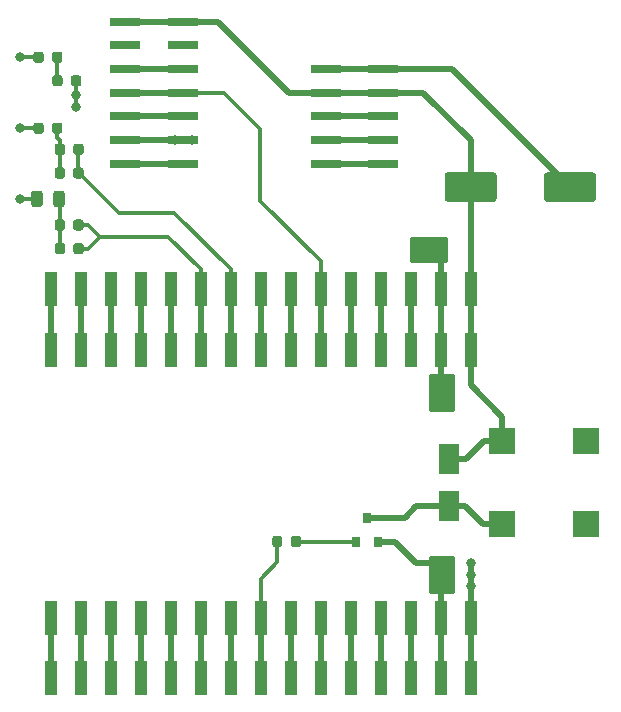
<source format=gtl>
%TF.GenerationSoftware,KiCad,Pcbnew,(5.1.6)-1*%
%TF.CreationDate,2023-06-16T12:25:10-07:00*%
%TF.ProjectId,ID-12 Board,49442d31-3220-4426-9f61-72642e6b6963,rev?*%
%TF.SameCoordinates,Original*%
%TF.FileFunction,Copper,L1,Top*%
%TF.FilePolarity,Positive*%
%FSLAX46Y46*%
G04 Gerber Fmt 4.6, Leading zero omitted, Abs format (unit mm)*
G04 Created by KiCad (PCBNEW (5.1.6)-1) date 2023-06-16 12:25:10*
%MOMM*%
%LPD*%
G01*
G04 APERTURE LIST*
%TA.AperFunction,SMDPad,CuDef*%
%ADD10R,2.650000X0.800000*%
%TD*%
%TA.AperFunction,SMDPad,CuDef*%
%ADD11R,1.020000X2.900000*%
%TD*%
%TA.AperFunction,SMDPad,CuDef*%
%ADD12R,0.800000X0.900000*%
%TD*%
%TA.AperFunction,SMDPad,CuDef*%
%ADD13R,1.800000X2.500000*%
%TD*%
%TA.AperFunction,SMDPad,CuDef*%
%ADD14R,2.300000X2.300000*%
%TD*%
%TA.AperFunction,ViaPad*%
%ADD15C,0.800000*%
%TD*%
%TA.AperFunction,Conductor*%
%ADD16C,0.500000*%
%TD*%
%TA.AperFunction,Conductor*%
%ADD17C,0.380000*%
%TD*%
%TA.AperFunction,Conductor*%
%ADD18C,0.254000*%
%TD*%
G04 APERTURE END LIST*
D10*
X43450000Y-34000000D03*
X38550000Y-34000000D03*
X43450000Y-32000000D03*
X38550000Y-32000000D03*
X43450000Y-30000000D03*
X38550000Y-30000000D03*
X43450000Y-28000000D03*
X38550000Y-28000000D03*
X43450000Y-26000000D03*
X38550000Y-26000000D03*
X43450000Y-24000000D03*
X38550000Y-24000000D03*
X43450000Y-22000000D03*
X38550000Y-22000000D03*
D11*
X67785000Y-44650000D03*
X67785000Y-49750000D03*
X65245000Y-44650000D03*
X65245000Y-49750000D03*
X62705000Y-44650000D03*
X62705000Y-49750000D03*
X60165000Y-44650000D03*
X60165000Y-49750000D03*
X57625000Y-44650000D03*
X57625000Y-49750000D03*
X55085000Y-44650000D03*
X55085000Y-49750000D03*
X52545000Y-44650000D03*
X52545000Y-49750000D03*
X50005000Y-44650000D03*
X50005000Y-49750000D03*
X47465000Y-44650000D03*
X47465000Y-49750000D03*
X44925000Y-44650000D03*
X44925000Y-49750000D03*
X42385000Y-44650000D03*
X42385000Y-49750000D03*
X39845000Y-44650000D03*
X39845000Y-49750000D03*
X37305000Y-44650000D03*
X37305000Y-49750000D03*
X34765000Y-44650000D03*
X34765000Y-49750000D03*
X32225000Y-44650000D03*
X32225000Y-49750000D03*
X67785000Y-72450000D03*
X67785000Y-77550000D03*
X65245000Y-72450000D03*
X65245000Y-77550000D03*
X62705000Y-72450000D03*
X62705000Y-77550000D03*
X60165000Y-72450000D03*
X60165000Y-77550000D03*
X57625000Y-72450000D03*
X57625000Y-77550000D03*
X55085000Y-72450000D03*
X55085000Y-77550000D03*
X52545000Y-72450000D03*
X52545000Y-77550000D03*
X50005000Y-72450000D03*
X50005000Y-77550000D03*
X47465000Y-72450000D03*
X47465000Y-77550000D03*
X44925000Y-72450000D03*
X44925000Y-77550000D03*
X42385000Y-72450000D03*
X42385000Y-77550000D03*
X39845000Y-72450000D03*
X39845000Y-77550000D03*
X37305000Y-72450000D03*
X37305000Y-77550000D03*
X34765000Y-72450000D03*
X34765000Y-77550000D03*
X32225000Y-72450000D03*
X32225000Y-77550000D03*
D10*
X60400000Y-34000000D03*
X55550000Y-34000000D03*
X60400000Y-32000000D03*
X55550000Y-32000000D03*
X60400000Y-30000000D03*
X55550000Y-30000000D03*
X60400000Y-28000000D03*
X55550000Y-28000000D03*
X60400000Y-26000000D03*
X55550000Y-26000000D03*
%TA.AperFunction,SMDPad,CuDef*%
G36*
G01*
X52562500Y-66256250D02*
X52562500Y-65743750D01*
G75*
G02*
X52781250Y-65525000I218750J0D01*
G01*
X53218750Y-65525000D01*
G75*
G02*
X53437500Y-65743750I0J-218750D01*
G01*
X53437500Y-66256250D01*
G75*
G02*
X53218750Y-66475000I-218750J0D01*
G01*
X52781250Y-66475000D01*
G75*
G02*
X52562500Y-66256250I0J218750D01*
G01*
G37*
%TD.AperFunction*%
%TA.AperFunction,SMDPad,CuDef*%
G36*
G01*
X50987500Y-66256250D02*
X50987500Y-65743750D01*
G75*
G02*
X51206250Y-65525000I218750J0D01*
G01*
X51643750Y-65525000D01*
G75*
G02*
X51862500Y-65743750I0J-218750D01*
G01*
X51862500Y-66256250D01*
G75*
G02*
X51643750Y-66475000I-218750J0D01*
G01*
X51206250Y-66475000D01*
G75*
G02*
X50987500Y-66256250I0J218750D01*
G01*
G37*
%TD.AperFunction*%
%TA.AperFunction,SMDPad,CuDef*%
G36*
G01*
X33450000Y-40943750D02*
X33450000Y-41456250D01*
G75*
G02*
X33231250Y-41675000I-218750J0D01*
G01*
X32793750Y-41675000D01*
G75*
G02*
X32575000Y-41456250I0J218750D01*
G01*
X32575000Y-40943750D01*
G75*
G02*
X32793750Y-40725000I218750J0D01*
G01*
X33231250Y-40725000D01*
G75*
G02*
X33450000Y-40943750I0J-218750D01*
G01*
G37*
%TD.AperFunction*%
%TA.AperFunction,SMDPad,CuDef*%
G36*
G01*
X35025000Y-40943750D02*
X35025000Y-41456250D01*
G75*
G02*
X34806250Y-41675000I-218750J0D01*
G01*
X34368750Y-41675000D01*
G75*
G02*
X34150000Y-41456250I0J218750D01*
G01*
X34150000Y-40943750D01*
G75*
G02*
X34368750Y-40725000I218750J0D01*
G01*
X34806250Y-40725000D01*
G75*
G02*
X35025000Y-40943750I0J-218750D01*
G01*
G37*
%TD.AperFunction*%
%TA.AperFunction,SMDPad,CuDef*%
G36*
G01*
X33450000Y-38943750D02*
X33450000Y-39456250D01*
G75*
G02*
X33231250Y-39675000I-218750J0D01*
G01*
X32793750Y-39675000D01*
G75*
G02*
X32575000Y-39456250I0J218750D01*
G01*
X32575000Y-38943750D01*
G75*
G02*
X32793750Y-38725000I218750J0D01*
G01*
X33231250Y-38725000D01*
G75*
G02*
X33450000Y-38943750I0J-218750D01*
G01*
G37*
%TD.AperFunction*%
%TA.AperFunction,SMDPad,CuDef*%
G36*
G01*
X35025000Y-38943750D02*
X35025000Y-39456250D01*
G75*
G02*
X34806250Y-39675000I-218750J0D01*
G01*
X34368750Y-39675000D01*
G75*
G02*
X34150000Y-39456250I0J218750D01*
G01*
X34150000Y-38943750D01*
G75*
G02*
X34368750Y-38725000I218750J0D01*
G01*
X34806250Y-38725000D01*
G75*
G02*
X35025000Y-38943750I0J-218750D01*
G01*
G37*
%TD.AperFunction*%
%TA.AperFunction,SMDPad,CuDef*%
G36*
G01*
X33450000Y-34543750D02*
X33450000Y-35056250D01*
G75*
G02*
X33231250Y-35275000I-218750J0D01*
G01*
X32793750Y-35275000D01*
G75*
G02*
X32575000Y-35056250I0J218750D01*
G01*
X32575000Y-34543750D01*
G75*
G02*
X32793750Y-34325000I218750J0D01*
G01*
X33231250Y-34325000D01*
G75*
G02*
X33450000Y-34543750I0J-218750D01*
G01*
G37*
%TD.AperFunction*%
%TA.AperFunction,SMDPad,CuDef*%
G36*
G01*
X35025000Y-34543750D02*
X35025000Y-35056250D01*
G75*
G02*
X34806250Y-35275000I-218750J0D01*
G01*
X34368750Y-35275000D01*
G75*
G02*
X34150000Y-35056250I0J218750D01*
G01*
X34150000Y-34543750D01*
G75*
G02*
X34368750Y-34325000I218750J0D01*
G01*
X34806250Y-34325000D01*
G75*
G02*
X35025000Y-34543750I0J-218750D01*
G01*
G37*
%TD.AperFunction*%
%TA.AperFunction,SMDPad,CuDef*%
G36*
G01*
X33450000Y-32543750D02*
X33450000Y-33056250D01*
G75*
G02*
X33231250Y-33275000I-218750J0D01*
G01*
X32793750Y-33275000D01*
G75*
G02*
X32575000Y-33056250I0J218750D01*
G01*
X32575000Y-32543750D01*
G75*
G02*
X32793750Y-32325000I218750J0D01*
G01*
X33231250Y-32325000D01*
G75*
G02*
X33450000Y-32543750I0J-218750D01*
G01*
G37*
%TD.AperFunction*%
%TA.AperFunction,SMDPad,CuDef*%
G36*
G01*
X35025000Y-32543750D02*
X35025000Y-33056250D01*
G75*
G02*
X34806250Y-33275000I-218750J0D01*
G01*
X34368750Y-33275000D01*
G75*
G02*
X34150000Y-33056250I0J218750D01*
G01*
X34150000Y-32543750D01*
G75*
G02*
X34368750Y-32325000I218750J0D01*
G01*
X34806250Y-32325000D01*
G75*
G02*
X35025000Y-32543750I0J-218750D01*
G01*
G37*
%TD.AperFunction*%
%TA.AperFunction,SMDPad,CuDef*%
G36*
G01*
X33250000Y-26743750D02*
X33250000Y-27256250D01*
G75*
G02*
X33031250Y-27475000I-218750J0D01*
G01*
X32593750Y-27475000D01*
G75*
G02*
X32375000Y-27256250I0J218750D01*
G01*
X32375000Y-26743750D01*
G75*
G02*
X32593750Y-26525000I218750J0D01*
G01*
X33031250Y-26525000D01*
G75*
G02*
X33250000Y-26743750I0J-218750D01*
G01*
G37*
%TD.AperFunction*%
%TA.AperFunction,SMDPad,CuDef*%
G36*
G01*
X34825000Y-26743750D02*
X34825000Y-27256250D01*
G75*
G02*
X34606250Y-27475000I-218750J0D01*
G01*
X34168750Y-27475000D01*
G75*
G02*
X33950000Y-27256250I0J218750D01*
G01*
X33950000Y-26743750D01*
G75*
G02*
X34168750Y-26525000I218750J0D01*
G01*
X34606250Y-26525000D01*
G75*
G02*
X34825000Y-26743750I0J-218750D01*
G01*
G37*
%TD.AperFunction*%
D12*
X59000000Y-64000000D03*
X59950000Y-66000000D03*
X58050000Y-66000000D03*
D13*
X66000000Y-63000000D03*
X66000000Y-59000000D03*
%TA.AperFunction,SMDPad,CuDef*%
G36*
G01*
X32450000Y-37456250D02*
X32450000Y-36543750D01*
G75*
G02*
X32693750Y-36300000I243750J0D01*
G01*
X33181250Y-36300000D01*
G75*
G02*
X33425000Y-36543750I0J-243750D01*
G01*
X33425000Y-37456250D01*
G75*
G02*
X33181250Y-37700000I-243750J0D01*
G01*
X32693750Y-37700000D01*
G75*
G02*
X32450000Y-37456250I0J243750D01*
G01*
G37*
%TD.AperFunction*%
%TA.AperFunction,SMDPad,CuDef*%
G36*
G01*
X30575000Y-37456250D02*
X30575000Y-36543750D01*
G75*
G02*
X30818750Y-36300000I243750J0D01*
G01*
X31306250Y-36300000D01*
G75*
G02*
X31550000Y-36543750I0J-243750D01*
G01*
X31550000Y-37456250D01*
G75*
G02*
X31306250Y-37700000I-243750J0D01*
G01*
X30818750Y-37700000D01*
G75*
G02*
X30575000Y-37456250I0J243750D01*
G01*
G37*
%TD.AperFunction*%
%TA.AperFunction,SMDPad,CuDef*%
G36*
G01*
X32350000Y-31256250D02*
X32350000Y-30743750D01*
G75*
G02*
X32568750Y-30525000I218750J0D01*
G01*
X33006250Y-30525000D01*
G75*
G02*
X33225000Y-30743750I0J-218750D01*
G01*
X33225000Y-31256250D01*
G75*
G02*
X33006250Y-31475000I-218750J0D01*
G01*
X32568750Y-31475000D01*
G75*
G02*
X32350000Y-31256250I0J218750D01*
G01*
G37*
%TD.AperFunction*%
%TA.AperFunction,SMDPad,CuDef*%
G36*
G01*
X30775000Y-31256250D02*
X30775000Y-30743750D01*
G75*
G02*
X30993750Y-30525000I218750J0D01*
G01*
X31431250Y-30525000D01*
G75*
G02*
X31650000Y-30743750I0J-218750D01*
G01*
X31650000Y-31256250D01*
G75*
G02*
X31431250Y-31475000I-218750J0D01*
G01*
X30993750Y-31475000D01*
G75*
G02*
X30775000Y-31256250I0J218750D01*
G01*
G37*
%TD.AperFunction*%
%TA.AperFunction,SMDPad,CuDef*%
G36*
G01*
X32350000Y-25256250D02*
X32350000Y-24743750D01*
G75*
G02*
X32568750Y-24525000I218750J0D01*
G01*
X33006250Y-24525000D01*
G75*
G02*
X33225000Y-24743750I0J-218750D01*
G01*
X33225000Y-25256250D01*
G75*
G02*
X33006250Y-25475000I-218750J0D01*
G01*
X32568750Y-25475000D01*
G75*
G02*
X32350000Y-25256250I0J218750D01*
G01*
G37*
%TD.AperFunction*%
%TA.AperFunction,SMDPad,CuDef*%
G36*
G01*
X30775000Y-25256250D02*
X30775000Y-24743750D01*
G75*
G02*
X30993750Y-24525000I218750J0D01*
G01*
X31431250Y-24525000D01*
G75*
G02*
X31650000Y-24743750I0J-218750D01*
G01*
X31650000Y-25256250D01*
G75*
G02*
X31431250Y-25475000I-218750J0D01*
G01*
X30993750Y-25475000D01*
G75*
G02*
X30775000Y-25256250I0J218750D01*
G01*
G37*
%TD.AperFunction*%
%TA.AperFunction,SMDPad,CuDef*%
G36*
G01*
X74000000Y-37000000D02*
X74000000Y-35000000D01*
G75*
G02*
X74250000Y-34750000I250000J0D01*
G01*
X78150000Y-34750000D01*
G75*
G02*
X78400000Y-35000000I0J-250000D01*
G01*
X78400000Y-37000000D01*
G75*
G02*
X78150000Y-37250000I-250000J0D01*
G01*
X74250000Y-37250000D01*
G75*
G02*
X74000000Y-37000000I0J250000D01*
G01*
G37*
%TD.AperFunction*%
%TA.AperFunction,SMDPad,CuDef*%
G36*
G01*
X65600000Y-37000000D02*
X65600000Y-35000000D01*
G75*
G02*
X65850000Y-34750000I250000J0D01*
G01*
X69750000Y-34750000D01*
G75*
G02*
X70000000Y-35000000I0J-250000D01*
G01*
X70000000Y-37000000D01*
G75*
G02*
X69750000Y-37250000I-250000J0D01*
G01*
X65850000Y-37250000D01*
G75*
G02*
X65600000Y-37000000I0J250000D01*
G01*
G37*
%TD.AperFunction*%
D14*
X70450000Y-64550000D03*
X77550000Y-64550000D03*
X77550000Y-57450000D03*
X70450000Y-57450000D03*
D15*
X77000000Y-64000000D03*
X78000000Y-64000000D03*
X78000000Y-65000000D03*
X77000000Y-65000000D03*
X78000000Y-57000000D03*
X77000000Y-57000000D03*
X77000000Y-58000000D03*
X78000000Y-58000000D03*
X75200000Y-36000000D03*
X77200000Y-36000000D03*
X65200000Y-41800000D03*
X64200000Y-41800000D03*
X64200000Y-40800000D03*
X65200000Y-40800000D03*
X63200000Y-41800000D03*
X64800000Y-52400000D03*
X65800000Y-52400000D03*
X65800000Y-53400000D03*
X64800000Y-53400000D03*
X64800000Y-54400000D03*
X65800000Y-54400000D03*
X64800000Y-69800000D03*
X65800000Y-69800000D03*
X65800000Y-68800000D03*
X64800000Y-68800000D03*
X64800000Y-67800000D03*
X65800000Y-67800000D03*
X29600000Y-37000000D03*
X29600000Y-31000000D03*
X29600000Y-25000000D03*
X63200000Y-40800024D03*
X44200000Y-32000000D03*
X42800000Y-32000000D03*
X34400000Y-28200000D03*
X34400000Y-29200000D03*
X67800000Y-69800000D03*
X67800000Y-68800000D03*
X67800000Y-67800000D03*
D16*
X63200000Y-63000000D02*
X66000000Y-63000000D01*
X59000000Y-64000000D02*
X62200000Y-64000000D01*
X62200000Y-64000000D02*
X63200000Y-63000000D01*
X68875000Y-64550000D02*
X70450000Y-64550000D01*
X66000000Y-63000000D02*
X67325000Y-63000000D01*
X67325000Y-63000000D02*
X68875000Y-64550000D01*
X38550000Y-22000000D02*
X43450000Y-22000000D01*
X60400000Y-28000000D02*
X55550000Y-28000000D01*
X67785000Y-44650000D02*
X67785000Y-49750000D01*
X46400000Y-22000000D02*
X43450000Y-22000000D01*
X55550000Y-28000000D02*
X52400000Y-28000000D01*
X52400000Y-28000000D02*
X46400000Y-22000000D01*
X66000000Y-59000000D02*
X67400000Y-59000000D01*
X68950000Y-57450000D02*
X70450000Y-57450000D01*
X67400000Y-59000000D02*
X68950000Y-57450000D01*
X70450000Y-55450000D02*
X70450000Y-57450000D01*
X67785000Y-49750000D02*
X67785000Y-52785000D01*
X67785000Y-52785000D02*
X70450000Y-55450000D01*
X67785000Y-36015000D02*
X67800000Y-36000000D01*
X67785000Y-44650000D02*
X67785000Y-36015000D01*
X63800000Y-28000000D02*
X60400000Y-28000000D01*
X67800000Y-36000000D02*
X67800000Y-32000000D01*
X67800000Y-32000000D02*
X63800000Y-28000000D01*
X38550000Y-32000000D02*
X42800000Y-32000000D01*
X55550000Y-26000000D02*
X60400000Y-26000000D01*
X65245000Y-41845000D02*
X65200000Y-41800000D01*
X65245000Y-44650000D02*
X65245000Y-41845000D01*
X65245000Y-52955000D02*
X64800000Y-53400000D01*
X65245000Y-49750000D02*
X65245000Y-52955000D01*
X65245000Y-72450000D02*
X65245000Y-77550000D01*
X65245000Y-44650000D02*
X65245000Y-49750000D01*
X65245000Y-69245000D02*
X64800000Y-68800000D01*
X65245000Y-72450000D02*
X65245000Y-69245000D01*
X64800000Y-67800000D02*
X63200000Y-67800000D01*
X61400000Y-66000000D02*
X59950000Y-66000000D01*
X63200000Y-67800000D02*
X61400000Y-66000000D01*
D17*
X31062500Y-37000000D02*
X29600000Y-37000000D01*
X31212500Y-31000000D02*
X29600000Y-31000000D01*
X31212500Y-25000000D02*
X29600000Y-25000000D01*
X42800000Y-32000000D02*
X43450000Y-32000000D01*
D16*
X66200000Y-26000000D02*
X76200000Y-36000000D01*
X60400000Y-26000000D02*
X66200000Y-26000000D01*
D17*
X32787500Y-26975000D02*
X32812500Y-27000000D01*
X32787500Y-25000000D02*
X32787500Y-26975000D01*
X33012500Y-34800000D02*
X33012500Y-32800000D01*
X32800000Y-31012500D02*
X32787500Y-31000000D01*
X33012500Y-32800000D02*
X33012500Y-32012500D01*
X32800000Y-31800000D02*
X32800000Y-31012500D01*
X33012500Y-32012500D02*
X32800000Y-31800000D01*
X33012500Y-41200000D02*
X33000000Y-41200000D01*
X33000000Y-39212500D02*
X33012500Y-39200000D01*
X33000000Y-41200000D02*
X33000000Y-39212500D01*
X33012500Y-37075000D02*
X32937500Y-37000000D01*
X33012500Y-39200000D02*
X33012500Y-37075000D01*
D16*
X47465000Y-72450000D02*
X47465000Y-77550000D01*
X44925000Y-77550000D02*
X44925000Y-72450000D01*
X42385000Y-72450000D02*
X42385000Y-77550000D01*
X50005000Y-77550000D02*
X50005000Y-72450000D01*
D17*
X51425000Y-67775000D02*
X51425000Y-66000000D01*
X50005000Y-72450000D02*
X50005000Y-69195000D01*
X50005000Y-69195000D02*
X51425000Y-67775000D01*
D16*
X39845000Y-72450000D02*
X39845000Y-77550000D01*
X37305000Y-72450000D02*
X37305000Y-77550000D01*
X34765000Y-77550000D02*
X34765000Y-72450000D01*
X67785000Y-72450000D02*
X67785000Y-77550000D01*
D17*
X34387500Y-29187500D02*
X34400000Y-29200000D01*
X34387500Y-27000000D02*
X34387500Y-29187500D01*
D16*
X67800000Y-69800000D02*
X67800000Y-67800000D01*
X67785000Y-72450000D02*
X67785000Y-69815000D01*
X67785000Y-69815000D02*
X67800000Y-69800000D01*
X50005000Y-44650000D02*
X50005000Y-49750000D01*
X44925000Y-44650000D02*
X44925000Y-49750000D01*
D17*
X35400000Y-39200000D02*
X34587500Y-39200000D01*
X42175000Y-40200000D02*
X36400000Y-40200000D01*
X44925000Y-44650000D02*
X44925000Y-42950000D01*
X36400000Y-40200000D02*
X35400000Y-39200000D01*
X44925000Y-42950000D02*
X42175000Y-40200000D01*
X35400000Y-41200000D02*
X34587500Y-41200000D01*
X36400000Y-40200000D02*
X35400000Y-41200000D01*
D16*
X47465000Y-44650000D02*
X47465000Y-49750000D01*
D17*
X34600000Y-34800000D02*
X34587500Y-34800000D01*
X38000000Y-38200000D02*
X34600000Y-34800000D01*
X42715000Y-38200000D02*
X38000000Y-38200000D01*
X47465000Y-44650000D02*
X47465000Y-42950000D01*
X47465000Y-42950000D02*
X42715000Y-38200000D01*
X34587500Y-34800000D02*
X34587500Y-32800000D01*
D16*
X52545000Y-44650000D02*
X52545000Y-49750000D01*
X38550000Y-28000000D02*
X43450000Y-28000000D01*
X55085000Y-44650000D02*
X55085000Y-49750000D01*
D17*
X55085000Y-42285000D02*
X55085000Y-44650000D01*
X50000000Y-31100000D02*
X50000000Y-37200000D01*
X43450000Y-28000000D02*
X46900000Y-28000000D01*
X50000000Y-37200000D02*
X55085000Y-42285000D01*
X46900000Y-28000000D02*
X50000000Y-31100000D01*
D16*
X37305000Y-44650000D02*
X37305000Y-49750000D01*
X34765000Y-49750000D02*
X34765000Y-44650000D01*
X38550000Y-26000000D02*
X43450000Y-26000000D01*
D17*
X53000000Y-66000000D02*
X58050000Y-66000000D01*
D16*
X38550000Y-34000000D02*
X43450000Y-34000000D01*
X38550000Y-30000000D02*
X43450000Y-30000000D01*
X60400000Y-34000000D02*
X55550000Y-34000000D01*
X55550000Y-32000000D02*
X60400000Y-32000000D01*
X55550000Y-30000000D02*
X60400000Y-30000000D01*
X62705000Y-77550000D02*
X62705000Y-72450000D01*
X60165000Y-72450000D02*
X60165000Y-77550000D01*
X57625000Y-77550000D02*
X57625000Y-72450000D01*
X55085000Y-72450000D02*
X55085000Y-77550000D01*
X52545000Y-72450000D02*
X52545000Y-77550000D01*
X32225000Y-72450000D02*
X32225000Y-77550000D01*
X62705000Y-44650000D02*
X62705000Y-49750000D01*
X60165000Y-44650000D02*
X60165000Y-49750000D01*
X57625000Y-44650000D02*
X57625000Y-49750000D01*
X42385000Y-44650000D02*
X42385000Y-49750000D01*
X39845000Y-49750000D02*
X39845000Y-44650000D01*
X32225000Y-44650000D02*
X32225000Y-49750000D01*
D18*
G36*
X65673000Y-42273000D02*
G01*
X62727000Y-42273000D01*
X62727000Y-40327000D01*
X65673000Y-40327000D01*
X65673000Y-42273000D01*
G37*
X65673000Y-42273000D02*
X62727000Y-42273000D01*
X62727000Y-40327000D01*
X65673000Y-40327000D01*
X65673000Y-42273000D01*
G36*
X66273000Y-54873000D02*
G01*
X64327000Y-54873000D01*
X64327000Y-51927000D01*
X66273000Y-51927000D01*
X66273000Y-54873000D01*
G37*
X66273000Y-54873000D02*
X64327000Y-54873000D01*
X64327000Y-51927000D01*
X66273000Y-51927000D01*
X66273000Y-54873000D01*
G36*
X66273000Y-70273000D02*
G01*
X64327000Y-70273000D01*
X64327000Y-67327000D01*
X66273000Y-67327000D01*
X66273000Y-70273000D01*
G37*
X66273000Y-70273000D02*
X64327000Y-70273000D01*
X64327000Y-67327000D01*
X66273000Y-67327000D01*
X66273000Y-70273000D01*
M02*

</source>
